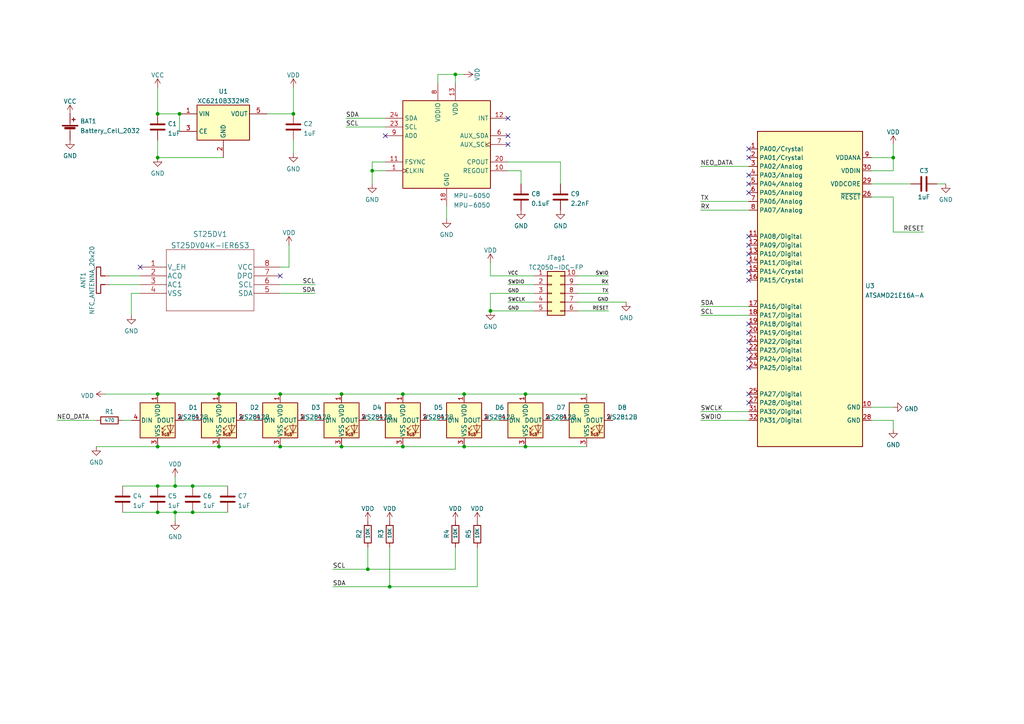
<source format=kicad_sch>
(kicad_sch (version 20211123) (generator eeschema)
  (paper "A4")
  (lib_symbols
    (symbol "Connector_Generic:Conn_02x05_Counter_Clockwise" (pin_names (offset 1.016) hide)
      (property "Reference" "J" (at 1.27 7.62 0))
      (property "Value" "Conn_02x05_Counter_Clockwise" (at 1.27 -7.62 0))
      (symbol "Conn_02x05_Counter_Clockwise_1_1"
        (rectangle (start -1.27 -4.953) (end 0 -5.207) (stroke (width 0.1524)))
        (rectangle (start -1.27 -2.413) (end 0 -2.667) (stroke (width 0.1524)))
        (rectangle (start -1.27 0.127) (end 0 -0.127) (stroke (width 0.1524)))
        (rectangle (start -1.27 2.667) (end 0 2.413) (stroke (width 0.1524)))
        (rectangle (start -1.27 5.207) (end 0 4.953) (stroke (width 0.1524)))
        (rectangle (start -1.27 6.35) (end 3.81 -6.35) (stroke (width 0.254)) (fill (type background)))
        (rectangle (start 3.81 -4.953) (end 2.54 -5.207) (stroke (width 0.1524)))
        (rectangle (start 3.81 -2.413) (end 2.54 -2.667) (stroke (width 0.1524)))
        (rectangle (start 3.81 0.127) (end 2.54 -0.127) (stroke (width 0.1524)))
        (rectangle (start 3.81 2.667) (end 2.54 2.413) (stroke (width 0.1524)))
        (rectangle (start 3.81 5.207) (end 2.54 4.953) (stroke (width 0.1524)))
        (pin passive line (at -5.08 5.08 0) (length 3.81) (name "Pin_1") (number "1"))
        (pin passive line (at 7.62 5.08 180) (length 3.81) (name "Pin_10") (number "10"))
        (pin passive line (at -5.08 2.54 0) (length 3.81) (name "Pin_2") (number "2"))
        (pin passive line (at -5.08 0 0) (length 3.81) (name "Pin_3") (number "3"))
        (pin passive line (at -5.08 -2.54 0) (length 3.81) (name "Pin_4") (number "4"))
        (pin passive line (at -5.08 -5.08 0) (length 3.81) (name "Pin_5") (number "5"))
        (pin passive line (at 7.62 -5.08 180) (length 3.81) (name "Pin_6") (number "6"))
        (pin passive line (at 7.62 -2.54 180) (length 3.81) (name "Pin_7") (number "7"))
        (pin passive line (at 7.62 0 180) (length 3.81) (name "Pin_8") (number "8"))
        (pin passive line (at 7.62 2.54 180) (length 3.81) (name "Pin_9") (number "9"))
      )
    )
    (symbol "Device:Antenna_Dipole" (pin_numbers hide) (pin_names (offset 1.016) hide)
      (property "Reference" "AE" (at 1.27 1.27 0))
      (property "Value" "Antenna_Dipole" (at 1.27 0 0))
      (symbol "Antenna_Dipole_0_1"
        (polyline (pts (xy 2.54 -3.81) (xy 2.54 -2.54) (xy 5.08 -2.54) (xy 5.08 -1.27) (xy -2.54 -1.27) (xy -2.54 -2.54) (xy 0 -2.54) (xy 0 -3.81)) (stroke (width 0.254)))
      )
      (symbol "Antenna_Dipole_1_1"
        (pin input line (at 0 -5.08 90) (length 2.54) (name "~") (number "1"))
        (pin input line (at 2.54 -5.08 90) (length 2.54) (name "~") (number "2"))
      )
    )
    (symbol "Device:Battery_Cell" (pin_numbers hide) (pin_names (offset 0) hide)
      (property "Reference" "BT" (at 2.54 2.54 0))
      (property "Value" "Battery_Cell" (at 2.54 0 0))
      (symbol "Battery_Cell_0_1"
        (rectangle (start -2.286 1.778) (end 2.286 1.524) (fill (type outline)))
        (rectangle (start -1.5748 1.1938) (end 1.4732 0.6858) (fill (type outline)))
        (polyline (pts (xy 0 0.762) (xy 0 0)))
        (polyline (pts (xy 0 1.778) (xy 0 2.54)))
        (polyline (pts (xy 0.508 3.429) (xy 1.524 3.429)) (stroke (width 0.254)))
        (polyline (pts (xy 1.016 3.937) (xy 1.016 2.921)) (stroke (width 0.254)))
      )
      (symbol "Battery_Cell_1_1"
        (pin passive line (at 0 5.08 270) (length 2.54) (name "+") (number "1"))
        (pin passive line (at 0 -2.54 90) (length 2.54) (name "-") (number "2"))
      )
    )
    (symbol "Device:C" (pin_numbers hide) (pin_names (offset 0.254))
      (property "Reference" "C" (at 0.635 2.54 0))
      (property "Value" "C" (at 0.635 -2.54 0))
      (symbol "C_0_1"
        (polyline (pts (xy -2.032 -0.762) (xy 2.032 -0.762)) (stroke (width 0.508)))
        (polyline (pts (xy -2.032 0.762) (xy 2.032 0.762)) (stroke (width 0.508)))
      )
      (symbol "C_1_1"
        (pin passive line (at 0 3.81 270) (length 2.794) (name "~") (number "1"))
        (pin passive line (at 0 -3.81 90) (length 2.794) (name "~") (number "2"))
      )
    )
    (symbol "Device:R" (pin_numbers hide) (pin_names (offset 0))
      (property "Reference" "R" (at 2.032 0 90))
      (property "Value" "R" (at 0 0 90))
      (symbol "R_0_1"
        (rectangle (start -1.016 -2.54) (end 1.016 2.54) (stroke (width 0.254)))
      )
      (symbol "R_1_1"
        (pin passive line (at 0 3.81 270) (length 1.27) (name "~") (number "1"))
        (pin passive line (at 0 -3.81 90) (length 1.27) (name "~") (number "2"))
      )
    )
    (symbol "LED:WS2812B" (pin_names (offset 0.254))
      (property "Reference" "D" (at 5.08 5.715 0))
      (property "Value" "WS2812B" (at 1.27 -5.715 0))
      (symbol "WS2812B_0_0"
        (text "RGB" (at 2.286 -4.191 0) (effects (font (size 0.762 0.762))))
      )
      (symbol "WS2812B_0_1"
        (polyline (pts (xy 1.27 -3.556) (xy 1.778 -3.556)))
        (polyline (pts (xy 1.27 -2.54) (xy 1.778 -2.54)))
        (polyline (pts (xy 4.699 -3.556) (xy 2.667 -3.556)))
        (polyline (pts (xy 2.286 -2.54) (xy 1.27 -3.556) (xy 1.27 -3.048)))
        (polyline (pts (xy 2.286 -1.524) (xy 1.27 -2.54) (xy 1.27 -2.032)))
        (polyline (pts (xy 3.683 -1.016) (xy 3.683 -3.556) (xy 3.683 -4.064)))
        (polyline (pts (xy 4.699 -1.524) (xy 2.667 -1.524) (xy 3.683 -3.556) (xy 4.699 -1.524)))
        (rectangle (start 5.08 5.08) (end -5.08 -5.08) (stroke (width 0.254)) (fill (type background)))
      )
      (symbol "WS2812B_1_1"
        (pin power_in line (at 0 7.62 270) (length 2.54) (name "VDD") (number "1"))
        (pin output line (at 7.62 0 180) (length 2.54) (name "DOUT") (number "2"))
        (pin power_in line (at 0 -7.62 90) (length 2.54) (name "VSS") (number "3"))
        (pin input line (at -7.62 0 0) (length 2.54) (name "DIN") (number "4"))
      )
    )
    (symbol "MCU_Microchip_SAMD:ATSAMD21E16A-A"
      (property "Reference" "U3" (at 16.002 0.9085 0))
      (property "Value" "ATSAMD21E16A-A" (at 16.002 -1.8666 0))
      (symbol "ATSAMD21E16A-A_1_1"
        (rectangle (start -15.24 45.72) (end 15.24 -45.72) (stroke (width 0.254)) (fill (type background)))
        (pin bidirectional line (at -17.78 40.64 0) (length 2.54) (name "PA00/Crystal") (number "1"))
        (pin power_in line (at 17.78 -34.29 180) (length 2.54) (name "GND") (number "10"))
        (pin bidirectional line (at -17.78 15.24 0) (length 2.54) (name "PA08/Digital") (number "11"))
        (pin bidirectional line (at -17.78 12.7 0) (length 2.54) (name "PA09/Digital") (number "12"))
        (pin bidirectional line (at -17.78 10.16 0) (length 2.54) (name "PA10/Digital") (number "13"))
        (pin bidirectional line (at -17.78 7.62 0) (length 2.54) (name "PA11/Digital") (number "14"))
        (pin bidirectional line (at -17.78 5.08 0) (length 2.54) (name "PA14/Crystal") (number "15"))
        (pin bidirectional line (at -17.78 2.54 0) (length 2.54) (name "PA15/Crystal") (number "16"))
        (pin bidirectional line (at -17.78 -5.08 0) (length 2.54) (name "PA16/Digital") (number "17"))
        (pin bidirectional line (at -17.78 -7.62 0) (length 2.54) (name "PA17/Digital") (number "18"))
        (pin bidirectional line (at -17.78 -10.16 0) (length 2.54) (name "PA18/Digital") (number "19"))
        (pin bidirectional line (at -17.78 38.1 0) (length 2.54) (name "PA01/Crystal") (number "2"))
        (pin bidirectional line (at -17.78 -12.7 0) (length 2.54) (name "PA19/Digital") (number "20"))
        (pin bidirectional line (at -17.78 -15.24 0) (length 2.54) (name "PA22/Digital") (number "21"))
        (pin bidirectional line (at -17.78 -17.78 0) (length 2.54) (name "PA23/Digital") (number "22"))
        (pin bidirectional line (at -17.78 -20.32 0) (length 2.54) (name "PA24/Digital") (number "23"))
        (pin bidirectional line (at -17.78 -22.86 0) (length 2.54) (name "PA25/Digital") (number "24"))
        (pin bidirectional line (at -17.78 -30.48 0) (length 2.54) (name "PA27/Digital") (number "25"))
        (pin input line (at 17.78 26.67 180) (length 2.54) (name "~{RESET}") (number "26"))
        (pin bidirectional line (at -17.78 -33.02 0) (length 2.54) (name "PA28/Digital") (number "27"))
        (pin input line (at 17.78 -38.1 180) (length 2.54) (name "GND") (number "28"))
        (pin power_out line (at 17.78 30.48 180) (length 2.54) (name "VDDCORE") (number "29"))
        (pin bidirectional line (at -17.78 35.56 0) (length 2.54) (name "PA02/Analog") (number "3"))
        (pin power_in line (at 17.78 34.29 180) (length 2.54) (name "VDDIN") (number "30"))
        (pin bidirectional line (at -17.78 -35.56 0) (length 2.54) (name "PA30/Digital") (number "31"))
        (pin bidirectional line (at -17.78 -38.1 0) (length 2.54) (name "PA31/Digital") (number "32"))
        (pin bidirectional line (at -17.78 33.02 0) (length 2.54) (name "PA03/Analog") (number "4"))
        (pin bidirectional line (at -17.78 30.48 0) (length 2.54) (name "PA04/Analog") (number "5"))
        (pin bidirectional line (at -17.78 27.94 0) (length 2.54) (name "PA05/Analog") (number "6"))
        (pin bidirectional line (at -17.78 25.4 0) (length 2.54) (name "PA06/Analog") (number "7"))
        (pin bidirectional line (at -17.78 22.86 0) (length 2.54) (name "PA07/Analog") (number "8"))
        (pin power_in line (at 17.78 38.1 180) (length 2.54) (name "VDDANA") (number "9"))
      )
    )
    (symbol "Regulator_Linear:XC6210B332MR"
      (property "Reference" "U" (at 0 8.89 0))
      (property "Value" "XC6210B332MR" (at 0 6.35 0))
      (symbol "XC6210B332MR_0_1"
        (rectangle (start -7.62 5.08) (end 7.62 -5.08) (stroke (width 0.254)) (fill (type background)))
      )
      (symbol "XC6210B332MR_1_1"
        (pin power_in line (at -12.7 2.54 0) (length 5.08) (name "VIN") (number "1"))
        (pin power_in line (at 0 -10.16 90) (length 5.08) (name "GND") (number "2"))
        (pin input line (at -12.7 -2.54 0) (length 5.08) (name "CE") (number "3"))
        (pin no_connect line (at 12.7 -2.54 180) (length 5.08) hide (name "NC") (number "4"))
        (pin power_out line (at 12.7 2.54 180) (length 5.08) (name "VOUT") (number "5"))
      )
    )
    (symbol "ST25DV##K:ST25DV04K-IER6S3" (pin_names (offset 0.254))
      (property "Reference" "U" (at 20.32 10.16 0))
      (property "Value" "ST25DV04K-IER6S3" (at 20.32 7.62 0))
      (symbol "ST25DV04K-IER6S3_1_1"
        (polyline (pts (xy 7.62 -12.7) (xy 33.02 -12.7)) (stroke (width 0.127)))
        (polyline (pts (xy 7.62 5.08) (xy 7.62 -12.7)) (stroke (width 0.127)))
        (polyline (pts (xy 33.02 -12.7) (xy 33.02 5.08)) (stroke (width 0.127)))
        (polyline (pts (xy 33.02 5.08) (xy 7.62 5.08)) (stroke (width 0.127)))
        (pin unspecified line (at 0 0 0) (length 7.62) (name "V_EH") (number "1"))
        (pin bidirectional line (at 0 -2.54 0) (length 7.62) (name "AC0") (number "2"))
        (pin bidirectional line (at 0 -5.08 0) (length 7.62) (name "AC1") (number "3"))
        (pin power_in line (at 0 -7.62 0) (length 7.62) (name "VSS") (number "4"))
        (pin unspecified line (at 40.64 -7.62 180) (length 7.62) (name "SDA") (number "5"))
        (pin unspecified line (at 40.64 -5.08 180) (length 7.62) (name "SCL") (number "6"))
        (pin unspecified line (at 40.64 -2.54 180) (length 7.62) (name "DPO") (number "7"))
        (pin power_in line (at 40.64 0 180) (length 7.62) (name "VCC") (number "8"))
      )
    )
    (symbol "Sensor_Motion:MPU-6050"
      (property "Reference" "U" (at -11.43 13.97 0))
      (property "Value" "MPU-6050" (at 7.62 -13.97 0))
      (symbol "MPU-6050_0_1"
        (rectangle (start -12.7 12.7) (end 12.7 -12.7) (stroke (width 0.254)) (fill (type background)))
      )
      (symbol "MPU-6050_1_1"
        (pin input clock (at -17.78 -7.62 0) (length 5.08) (name "CLKIN") (number "1"))
        (pin passive line (at 17.78 -7.62 180) (length 5.08) (name "REGOUT") (number "10"))
        (pin input line (at -17.78 -5.08 0) (length 5.08) (name "FSYNC") (number "11"))
        (pin output line (at 17.78 7.62 180) (length 5.08) (name "INT") (number "12"))
        (pin power_in line (at 2.54 17.78 270) (length 5.08) (name "VDD") (number "13"))
        (pin power_in line (at 0 -17.78 90) (length 5.08) (name "GND") (number "18"))
        (pin passive line (at 17.78 -5.08 180) (length 5.08) (name "CPOUT") (number "20"))
        (pin input line (at -17.78 5.08 0) (length 5.08) (name "SCL") (number "23"))
        (pin bidirectional line (at -17.78 7.62 0) (length 5.08) (name "SDA") (number "24"))
        (pin bidirectional line (at 17.78 2.54 180) (length 5.08) (name "AUX_SDA") (number "6"))
        (pin output clock (at 17.78 0 180) (length 5.08) (name "AUX_SCL") (number "7"))
        (pin power_in line (at -2.54 17.78 270) (length 5.08) (name "VDDIO") (number "8"))
        (pin input line (at -17.78 2.54 0) (length 5.08) (name "AD0") (number "9"))
      )
    )
    (symbol "power:GND" (power) (pin_names (offset 0))
      (property "Value" "GND" (at 0 -3.81 0))
      (symbol "GND_0_1"
        (polyline (pts (xy 0 0) (xy 0 -1.27) (xy 1.27 -1.27) (xy 0 -2.54) (xy -1.27 -1.27) (xy 0 -1.27)))
      )
      (symbol "GND_1_1"
        (pin power_in line (at 0 0 270) (length 0) hide (name "GND") (number "1"))
      )
    )
    (symbol "power:VCC" (power) (pin_names (offset 0))
      (property "Value" "VCC" (at 0 3.81 0))
      (symbol "VCC_0_1"
        (polyline (pts (xy -0.762 1.27) (xy 0 2.54)))
        (polyline (pts (xy 0 0) (xy 0 2.54)))
        (polyline (pts (xy 0 2.54) (xy 0.762 1.27)))
      )
      (symbol "VCC_1_1"
        (pin power_in line (at 0 0 90) (length 0) hide (name "VCC") (number "1"))
      )
    )
    (symbol "power:VDD" (power) (pin_names (offset 0))
      (property "Value" "VDD" (at 0 3.81 0))
      (symbol "VDD_0_1"
        (polyline (pts (xy -0.762 1.27) (xy 0 2.54)))
        (polyline (pts (xy 0 0) (xy 0 2.54)))
        (polyline (pts (xy 0 2.54) (xy 0.762 1.27)))
      )
      (symbol "VDD_1_1"
        (pin power_in line (at 0 0 90) (length 0) hide (name "VDD") (number "1"))
      )
    )
  )
  (junction (at 45.72 129.54))
  (junction (at 113.03 170.18))
  (junction (at 81.28 129.54))
  (junction (at 45.72 33.02))
  (junction (at 50.8 140.97))
  (junction (at 152.4 114.3))
  (junction (at 81.28 114.3))
  (junction (at 134.62 129.54))
  (junction (at 116.84 129.54))
  (junction (at 45.72 140.97))
  (junction (at 152.4 129.54))
  (junction (at 50.8 148.59))
  (junction (at 107.95 49.53))
  (junction (at 63.5 129.54))
  (junction (at 106.68 165.1))
  (junction (at 134.62 114.3))
  (junction (at 116.84 114.3))
  (junction (at 52.07 33.02))
  (junction (at 55.88 148.59))
  (junction (at 55.88 140.97))
  (junction (at 85.09 33.02))
  (junction (at 45.72 45.72))
  (junction (at 99.06 114.3))
  (junction (at 142.24 90.17))
  (junction (at 132.08 21.59))
  (junction (at 99.06 129.54))
  (junction (at 45.72 148.59))
  (junction (at 45.72 114.3))
  (junction (at 63.5 114.3))
  (junction (at 259.08 45.72))
  (no_connect (at 217.17 93.98))
  (no_connect (at 81.28 80.01))
  (no_connect (at 217.17 43.18))
  (no_connect (at 217.17 45.72))
  (no_connect (at 217.17 71.12))
  (no_connect (at 217.17 73.66))
  (no_connect (at 217.17 81.28))
  (no_connect (at 217.17 78.74))
  (no_connect (at 217.17 76.2))
  (no_connect (at 217.17 53.34))
  (no_connect (at 217.17 50.8))
  (no_connect (at 217.17 68.58))
  (no_connect (at 217.17 55.88))
  (no_connect (at 111.76 39.37))
  (no_connect (at 147.32 34.29))
  (no_connect (at 217.17 96.52))
  (no_connect (at 217.17 99.06))
  (no_connect (at 217.17 114.3))
  (no_connect (at 217.17 106.68))
  (no_connect (at 217.17 104.14))
  (no_connect (at 217.17 101.6))
  (no_connect (at 217.17 116.84))
  (no_connect (at 147.32 39.37))
  (no_connect (at 147.32 41.91))
  (no_connect (at 40.64 77.47))
  (wire (pts (xy 88.9 121.92) (xy 91.44 121.92)))
  (wire (pts (xy 16.51 121.92) (xy 27.94 121.92)))
  (wire (pts (xy 142.24 80.01) (xy 154.94 80.01)))
  (wire (pts (xy 203.2 119.38) (xy 217.17 119.38)))
  (wire (pts (xy 151.13 49.53) (xy 151.13 53.34)))
  (wire (pts (xy 203.2 48.26) (xy 217.17 48.26)))
  (wire (pts (xy 31.75 80.01) (xy 40.64 80.01)))
  (wire (pts (xy 252.73 49.53) (xy 259.08 49.53)))
  (wire (pts (xy 142.24 121.92) (xy 144.78 121.92)))
  (wire (pts (xy 100.33 34.29) (xy 111.76 34.29)))
  (wire (pts (xy 111.76 49.53) (xy 107.95 49.53)))
  (wire (pts (xy 35.56 121.92) (xy 38.1 121.92)))
  (wire (pts (xy 162.56 121.92) (xy 160.02 121.92)))
  (wire (pts (xy 52.07 33.02) (xy 45.72 33.02)))
  (wire (pts (xy 132.08 158.75) (xy 132.08 165.1)))
  (wire (pts (xy 152.4 129.54) (xy 170.18 129.54)))
  (wire (pts (xy 85.09 25.4) (xy 85.09 33.02)))
  (wire (pts (xy 53.34 121.92) (xy 55.88 121.92)))
  (wire (pts (xy 259.08 67.31) (xy 267.97 67.31)))
  (wire (pts (xy 63.5 114.3) (xy 81.28 114.3)))
  (wire (pts (xy 45.72 40.64) (xy 45.72 45.72)))
  (wire (pts (xy 259.08 45.72) (xy 259.08 49.53)))
  (wire (pts (xy 52.07 33.02) (xy 52.07 38.1)))
  (wire (pts (xy 142.24 85.09) (xy 154.94 85.09)))
  (wire (pts (xy 252.73 57.15) (xy 259.08 57.15)))
  (wire (pts (xy 45.72 129.54) (xy 63.5 129.54)))
  (wire (pts (xy 124.46 121.92) (xy 127 121.92)))
  (wire (pts (xy 259.08 121.92) (xy 259.08 124.46)))
  (wire (pts (xy 167.64 87.63) (xy 181.61 87.63)))
  (wire (pts (xy 127 24.13) (xy 127 21.59)))
  (wire (pts (xy 31.75 82.55) (xy 40.64 82.55)))
  (wire (pts (xy 134.62 114.3) (xy 152.4 114.3)))
  (wire (pts (xy 50.8 140.97) (xy 55.88 140.97)))
  (wire (pts (xy 111.76 46.99) (xy 107.95 46.99)))
  (wire (pts (xy 35.56 140.97) (xy 45.72 140.97)))
  (wire (pts (xy 252.73 118.11) (xy 259.08 118.11)))
  (wire (pts (xy 113.03 170.18) (xy 138.43 170.18)))
  (wire (pts (xy 96.52 170.18) (xy 113.03 170.18)))
  (wire (pts (xy 45.72 140.97) (xy 50.8 140.97)))
  (wire (pts (xy 71.12 121.92) (xy 73.66 121.92)))
  (wire (pts (xy 203.2 58.42) (xy 217.17 58.42)))
  (wire (pts (xy 63.5 129.54) (xy 81.28 129.54)))
  (wire (pts (xy 81.28 114.3) (xy 99.06 114.3)))
  (wire (pts (xy 142.24 85.09) (xy 142.24 90.17)))
  (wire (pts (xy 106.68 121.92) (xy 109.22 121.92)))
  (wire (pts (xy 81.28 77.47) (xy 83.82 77.47)))
  (wire (pts (xy 116.84 129.54) (xy 134.62 129.54)))
  (wire (pts (xy 162.56 46.99) (xy 162.56 53.34)))
  (wire (pts (xy 99.06 129.54) (xy 116.84 129.54)))
  (wire (pts (xy 147.32 49.53) (xy 151.13 49.53)))
  (wire (pts (xy 259.08 57.15) (xy 259.08 67.31)))
  (wire (pts (xy 50.8 148.59) (xy 50.8 151.13)))
  (wire (pts (xy 167.64 82.55) (xy 176.53 82.55)))
  (wire (pts (xy 134.62 21.59) (xy 132.08 21.59)))
  (wire (pts (xy 45.72 114.3) (xy 63.5 114.3)))
  (wire (pts (xy 252.73 53.34) (xy 264.16 53.34)))
  (wire (pts (xy 35.56 148.59) (xy 45.72 148.59)))
  (wire (pts (xy 116.84 114.3) (xy 134.62 114.3)))
  (wire (pts (xy 274.32 53.34) (xy 271.78 53.34)))
  (wire (pts (xy 203.2 121.92) (xy 217.17 121.92)))
  (wire (pts (xy 106.68 158.75) (xy 106.68 165.1)))
  (wire (pts (xy 252.73 121.92) (xy 259.08 121.92)))
  (wire (pts (xy 167.64 80.01) (xy 176.53 80.01)))
  (wire (pts (xy 83.82 71.12) (xy 83.82 77.47)))
  (wire (pts (xy 55.88 140.97) (xy 66.04 140.97)))
  (wire (pts (xy 132.08 21.59) (xy 132.08 24.13)))
  (wire (pts (xy 50.8 138.43) (xy 50.8 140.97)))
  (wire (pts (xy 203.2 91.44) (xy 217.17 91.44)))
  (wire (pts (xy 147.32 46.99) (xy 162.56 46.99)))
  (wire (pts (xy 147.32 82.55) (xy 154.94 82.55)))
  (wire (pts (xy 167.64 90.17) (xy 176.53 90.17)))
  (wire (pts (xy 113.03 158.75) (xy 113.03 170.18)))
  (wire (pts (xy 203.2 88.9) (xy 217.17 88.9)))
  (wire (pts (xy 40.64 85.09) (xy 38.1 85.09)))
  (wire (pts (xy 99.06 114.3) (xy 116.84 114.3)))
  (wire (pts (xy 77.47 33.02) (xy 85.09 33.02)))
  (wire (pts (xy 27.94 129.54) (xy 45.72 129.54)))
  (wire (pts (xy 152.4 114.3) (xy 170.18 114.3)))
  (wire (pts (xy 107.95 46.99) (xy 107.95 49.53)))
  (wire (pts (xy 129.54 59.69) (xy 129.54 63.5)))
  (wire (pts (xy 64.77 45.72) (xy 45.72 45.72)))
  (wire (pts (xy 127 21.59) (xy 132.08 21.59)))
  (wire (pts (xy 252.73 45.72) (xy 259.08 45.72)))
  (wire (pts (xy 100.33 36.83) (xy 111.76 36.83)))
  (wire (pts (xy 259.08 41.91) (xy 259.08 45.72)))
  (wire (pts (xy 106.68 165.1) (xy 132.08 165.1)))
  (wire (pts (xy 38.1 85.09) (xy 38.1 91.44)))
  (wire (pts (xy 81.28 85.09) (xy 91.44 85.09)))
  (wire (pts (xy 142.24 76.2) (xy 142.24 80.01)))
  (wire (pts (xy 167.64 85.09) (xy 176.53 85.09)))
  (wire (pts (xy 138.43 158.75) (xy 138.43 170.18)))
  (wire (pts (xy 142.24 90.17) (xy 154.94 90.17)))
  (wire (pts (xy 96.52 165.1) (xy 106.68 165.1)))
  (wire (pts (xy 45.72 25.4) (xy 45.72 33.02)))
  (wire (pts (xy 147.32 87.63) (xy 154.94 87.63)))
  (wire (pts (xy 134.62 129.54) (xy 152.4 129.54)))
  (wire (pts (xy 55.88 148.59) (xy 66.04 148.59)))
  (wire (pts (xy 45.72 148.59) (xy 50.8 148.59)))
  (wire (pts (xy 81.28 129.54) (xy 99.06 129.54)))
  (wire (pts (xy 81.28 82.55) (xy 91.44 82.55)))
  (wire (pts (xy 107.95 49.53) (xy 107.95 53.34)))
  (wire (pts (xy 85.09 40.64) (xy 85.09 44.45)))
  (wire (pts (xy 203.2 60.96) (xy 217.17 60.96)))
  (wire (pts (xy 30.48 114.3) (xy 45.72 114.3)))
  (wire (pts (xy 50.8 148.59) (xy 55.88 148.59)))
  (label "SWIO" (at 176.53 80.01 180) (effects (font (size 1 1))))
  (label "NEO_DATA" (at 16.51 121.92 0))
  (label "SWDIO" (at 203.2 121.92 0))
  (label "SWDIO" (at 147.32 82.55 0) (effects (font (size 1 1))))
  (label "GND" (at 147.32 90.17 0) (effects (font (size 1 1))))
  (label "RESET" (at 267.97 67.31 180) (effects (font (size 1.271 1.271))))
  (label "NEO_DATA" (at 203.2 48.26 0))
  (label "VCC" (at 147.32 80.01 0) (effects (font (size 1 1))))
  (label "GND" (at 147.32 85.09 0) (effects (font (size 1 1))))
  (label "RX" (at 203.2 60.96 0))
  (label "SWCLK" (at 203.2 119.38 0))
  (label "RESET" (at 176.53 90.17 180) (effects (font (size 1 1))))
  (label "TX" (at 203.2 58.42 0))
  (label "SCL" (at 91.44 82.55 180))
  (label "SDA" (at 203.2 88.9 0))
  (label "SDA" (at 100.33 34.29 0))
  (label "GND" (at 176.53 87.63 180) (effects (font (size 1 1))))
  (label "SCL" (at 203.2 91.44 0))
  (label "SWCLK" (at 147.32 87.63 0) (effects (font (size 1 1))))
  (label "SDA" (at 96.52 170.18 0))
  (label "SDA" (at 91.44 85.09 180))
  (label "SCL" (at 96.52 165.1 0))
  (label "TX" (at 176.53 85.09 180) (effects (font (size 1 1))))
  (label "RX" (at 176.53 82.55 180) (effects (font (size 1 1))))
  (label "SCL" (at 100.33 36.83 0))
  (symbol (lib_id "Device:C") (at 267.97 53.34 90) (unit 1)
    (property "Reference" "C3" (at 267.97 49.53 90))
    (property "Value" "1uF" (at 267.97 57.15 90))
    (property "Footprint" "Capacitor_SMD:C_0805_2012Metric" (effects hide))
  )
  (symbol (lib_id "power:VCC") (at 20.32 33.02 0) (unit 1)
    (property "Reference" "#PWR0127" (effects hide))
    (property "Value" "VCC" (at 20.32 29.4155 0))
  )
  (symbol (lib_id "power:VDD") (at 138.43 151.13 0) (unit 1)
    (property "Reference" "#PWR0114" (effects hide))
    (property "Value" "VDD" (at 138.43 147.5255 0))
  )
  (symbol (lib_id "power:GND") (at 259.08 118.11 90) (unit 1)
    (property "Reference" "#PWR0128" (effects hide))
    (property "Value" "GND" (at 262.255 118.589 90) (effects (justify right)))
  )
  (symbol (lib_id "power:GND") (at 20.32 40.64 0) (unit 1)
    (property "Reference" "#PWR0126" (effects hide))
    (property "Value" "GND" (at 20.32 45.2025 0))
  )
  (symbol (lib_id "Device:R") (at 31.75 121.92 90) (unit 1)
    (property "Reference" "R1" (at 31.75 119.38 90))
    (property "Value" "470" (at 31.75 121.92 90) (effects (font (size 1 1))))
    (property "Footprint" "Resistor_SMD:R_0805_2012Metric" (effects hide))
  )
  (symbol (lib_id "Device:C") (at 35.56 144.78 0) (unit 1)
    (property "Reference" "C4" (at 38.481 143.8715 0) (effects (justify left)))
    (property "Value" "1uF" (at 38.481 146.6466 0) (effects (justify left)))
    (property "Footprint" "Capacitor_SMD:C_0805_2012Metric" (effects hide))
  )
  (symbol (lib_id "ST25DV##K:ST25DV04K-IER6S3") (at 40.64 77.47 0) (unit 1)
    (property "Reference" "ST25DV1" (at 60.96 67.9226 0) (effects (font (size 1.524 1.524))))
    (property "Value" "ST25DV04K-IER6S3" (at 60.96 71.2016 0) (effects (font (size 1.524 1.524))))
    (property "Footprint" "footprints:ST25DV04K-IER6S3" (effects hide))
  )
  (symbol (lib_id "LED:WS2812B") (at 81.28 121.92 0) (unit 1)
    (property "Reference" "D3" (at 91.5859 118.1948 0))
    (property "Value" "WS2812B" (at 91.5859 120.9699 0))
    (property "Footprint" "LED_SMD:LED_WS2812B_PLCC4_5.0x5.0mm_P3.2mm" (effects hide))
    (property "Datasheet" "https://cdn-shop.adafruit.com/datasheets/WS2812B.pdf" (effects hide))
  )
  (symbol (lib_id "LED:WS2812B") (at 99.06 121.92 0) (unit 1)
    (property "Reference" "D4" (at 109.3659 118.1948 0))
    (property "Value" "WS2812B" (at 109.3659 120.9699 0))
    (property "Footprint" "LED_SMD:LED_WS2812B_PLCC4_5.0x5.0mm_P3.2mm" (effects hide))
    (property "Datasheet" "https://cdn-shop.adafruit.com/datasheets/WS2812B.pdf" (effects hide))
  )
  (symbol (lib_id "LED:WS2812B") (at 45.72 121.92 0) (unit 1)
    (property "Reference" "D1" (at 56.0259 118.1948 0))
    (property "Value" "WS2812B" (at 56.0259 120.9699 0))
    (property "Footprint" "LED_SMD:LED_WS2812B_PLCC4_5.0x5.0mm_P3.2mm" (effects hide))
    (property "Datasheet" "https://cdn-shop.adafruit.com/datasheets/WS2812B.pdf" (effects hide))
  )
  (symbol (lib_id "power:GND") (at 129.54 63.5 0) (unit 1)
    (property "Reference" "#PWR0117" (effects hide))
    (property "Value" "GND" (at 129.54 68.0625 0))
  )
  (symbol (lib_id "power:GND") (at 27.94 129.54 0) (unit 1)
    (property "Reference" "#PWR0104" (effects hide))
    (property "Value" "GND" (at 27.94 134.1025 0))
  )
  (symbol (lib_id "power:GND") (at 151.13 60.96 0) (unit 1)
    (property "Reference" "#PWR0118" (effects hide))
    (property "Value" "GND" (at 151.13 65.5225 0))
  )
  (symbol (lib_id "LED:WS2812B") (at 134.62 121.92 0) (unit 1)
    (property "Reference" "D6" (at 144.9259 118.1948 0))
    (property "Value" "WS2812B" (at 144.9259 120.9699 0))
    (property "Footprint" "LED_SMD:LED_WS2812B_PLCC4_5.0x5.0mm_P3.2mm" (effects hide))
    (property "Datasheet" "https://cdn-shop.adafruit.com/datasheets/WS2812B.pdf" (effects hide))
  )
  (symbol (lib_id "power:GND") (at 107.95 53.34 0) (unit 1)
    (property "Reference" "#PWR0120" (effects hide))
    (property "Value" "GND" (at 107.95 57.9025 0))
  )
  (symbol (lib_id "power:GND") (at 259.08 124.46 0) (unit 1)
    (property "Reference" "#PWR0102" (effects hide))
    (property "Value" "GND" (at 259.08 129.0225 0))
  )
  (symbol (lib_id "power:VDD") (at 132.08 151.13 0) (unit 1)
    (property "Reference" "#PWR0115" (effects hide))
    (property "Value" "VDD" (at 132.08 147.5255 0))
  )
  (symbol (lib_id "Device:C") (at 45.72 36.83 0) (unit 1)
    (property "Reference" "C1" (at 48.641 35.9215 0) (effects (justify left)))
    (property "Value" "1uF" (at 48.641 38.6966 0) (effects (justify left)))
    (property "Footprint" "Capacitor_SMD:C_0805_2012Metric" (effects hide))
  )
  (symbol (lib_id "power:VDD") (at 113.03 151.13 0) (unit 1)
    (property "Reference" "#PWR0123" (effects hide))
    (property "Value" "VDD" (at 113.03 147.5255 0))
  )
  (symbol (lib_id "Device:R") (at 132.08 154.94 0) (unit 1)
    (property "Reference" "R4" (at 129.54 156.21 90) (effects (justify left)))
    (property "Value" "10K" (at 132.08 156.21 90) (effects (font (size 1 1)) (justify left)))
    (property "Footprint" "Resistor_SMD:R_0805_2012Metric" (effects hide))
  )
  (symbol (lib_id "LED:WS2812B") (at 152.4 121.92 0) (unit 1)
    (property "Reference" "D7" (at 162.7059 118.1948 0))
    (property "Value" "WS2812B" (at 162.7059 120.9699 0))
    (property "Footprint" "LED_SMD:LED_WS2812B_PLCC4_5.0x5.0mm_P3.2mm" (effects hide))
    (property "Datasheet" "https://cdn-shop.adafruit.com/datasheets/WS2812B.pdf" (effects hide))
  )
  (symbol (lib_id "power:GND") (at 274.32 53.34 0) (unit 1)
    (property "Reference" "#PWR0103" (effects hide))
    (property "Value" "GND" (at 274.32 57.9025 0))
  )
  (symbol (lib_id "power:VDD") (at 50.8 138.43 0) (unit 1)
    (property "Reference" "#PWR0106" (effects hide))
    (property "Value" "VDD" (at 50.8 134.62 0))
  )
  (symbol (lib_id "power:GND") (at 85.09 44.45 0) (unit 1)
    (property "Reference" "#PWR0109" (effects hide))
    (property "Value" "GND" (at 85.09 49.0125 0))
  )
  (symbol (lib_id "LED:WS2812B") (at 63.5 121.92 0) (unit 1)
    (property "Reference" "D2" (at 73.8059 118.1948 0))
    (property "Value" "WS2812B" (at 73.8059 120.9699 0))
    (property "Footprint" "LED_SMD:LED_WS2812B_PLCC4_5.0x5.0mm_P3.2mm" (effects hide))
    (property "Datasheet" "https://cdn-shop.adafruit.com/datasheets/WS2812B.pdf" (effects hide))
  )
  (symbol (lib_id "LED:WS2812B") (at 170.18 121.92 0) (unit 1)
    (property "Reference" "D8" (at 180.4859 118.1948 0))
    (property "Value" "WS2812B" (at 180.4859 120.9699 0))
    (property "Footprint" "LED_SMD:LED_WS2812B_PLCC4_5.0x5.0mm_P3.2mm" (effects hide))
    (property "Datasheet" "https://cdn-shop.adafruit.com/datasheets/WS2812B.pdf" (effects hide))
  )
  (symbol (lib_id "Device:C") (at 85.09 36.83 0) (unit 1)
    (property "Reference" "C2" (at 88.011 35.9215 0) (effects (justify left)))
    (property "Value" "1uF" (at 88.011 38.6966 0) (effects (justify left)))
    (property "Footprint" "Capacitor_SMD:C_0805_2012Metric" (effects hide))
  )
  (symbol (lib_id "Device:C") (at 162.56 57.15 0) (unit 1)
    (property "Reference" "C9" (at 165.481 56.2415 0) (effects (justify left)))
    (property "Value" "2.2nF" (at 165.481 59.0166 0) (effects (justify left)))
    (property "Footprint" "Capacitor_SMD:C_0805_2012Metric" (effects hide))
  )
  (symbol (lib_id "LED:WS2812B") (at 116.84 121.92 0) (unit 1)
    (property "Reference" "D5" (at 127.1459 118.1948 0))
    (property "Value" "WS2812B" (at 127.1459 120.9699 0))
    (property "Footprint" "LED_SMD:LED_WS2812B_PLCC4_5.0x5.0mm_P3.2mm" (effects hide))
    (property "Datasheet" "https://cdn-shop.adafruit.com/datasheets/WS2812B.pdf" (effects hide))
  )
  (symbol (lib_id "Regulator_Linear:XC6210B332MR") (at 64.77 35.56 0) (unit 1)
    (property "Reference" "U1" (at 64.77 26.5135 0))
    (property "Value" "XC6210B332MR" (at 64.77 29.2886 0))
    (property "Footprint" "Package_TO_SOT_SMD:SOT-23-5" (effects hide))
    (property "Datasheet" "https://www.torexsemi.com/file/xc6210/XC6210.pdf" (effects hide))
  )
  (symbol (lib_id "power:GND") (at 142.24 90.17 0) (unit 1)
    (property "Reference" "#PWR0113" (effects hide))
    (property "Value" "GND" (at 142.24 94.7325 0))
  )
  (symbol (lib_id "power:VCC") (at 45.72 25.4 0) (unit 1)
    (property "Reference" "#PWR0111" (effects hide))
    (property "Value" "VCC" (at 45.72 21.7955 0))
  )
  (symbol (lib_id "Device:R") (at 113.03 154.94 0) (unit 1)
    (property "Reference" "R3" (at 110.49 156.21 90) (effects (justify left)))
    (property "Value" "10K" (at 113.03 156.21 90) (effects (font (size 1 1)) (justify left)))
    (property "Footprint" "Resistor_SMD:R_0805_2012Metric" (effects hide))
  )
  (symbol (lib_id "power:VDD") (at 85.09 25.4 0) (unit 1)
    (property "Reference" "#PWR0110" (effects hide))
    (property "Value" "VDD" (at 85.09 21.7955 0))
  )
  (symbol (lib_id "Device:R") (at 106.68 154.94 0) (unit 1)
    (property "Reference" "R2" (at 104.14 156.21 90) (effects (justify left)))
    (property "Value" "10K" (at 106.68 156.21 90) (effects (font (size 1 1)) (justify left)))
    (property "Footprint" "Resistor_SMD:R_0805_2012Metric" (effects hide))
  )
  (symbol (lib_id "power:VDD") (at 30.48 114.3 90) (unit 1)
    (property "Reference" "#PWR0107" (effects hide))
    (property "Value" "VDD" (at 27.305 114.779 90) (effects (justify left)))
  )
  (symbol (lib_id "Device:C") (at 151.13 57.15 0) (unit 1)
    (property "Reference" "C8" (at 154.051 56.2415 0) (effects (justify left)))
    (property "Value" "0.1uF" (at 154.051 59.0166 0) (effects (justify left)))
    (property "Footprint" "Capacitor_SMD:C_0805_2012Metric" (effects hide))
  )
  (symbol (lib_id "MCU_Microchip_SAMD:ATSAMD21E16A-A") (at 234.95 83.82 0) (unit 1)
    (property "Reference" "U3" (at 250.952 82.9115 0) (effects (justify left)))
    (property "Value" "ATSAMD21E16A-A" (at 250.952 85.6866 0) (effects (justify left)))
    (property "Footprint" "Package_QFP:TQFP-32_7x7mm_P0.8mm" (effects hide))
    (property "Datasheet" "ATSAMD21E16A" (effects hide))
  )
  (symbol (lib_id "power:GND") (at 45.72 45.72 0) (unit 1)
    (property "Reference" "#PWR0108" (effects hide))
    (property "Value" "GND" (at 45.72 50.2825 0))
  )
  (symbol (lib_id "power:VDD") (at 106.68 151.13 0) (unit 1)
    (property "Reference" "#PWR0122" (effects hide))
    (property "Value" "VDD" (at 106.68 147.5255 0))
  )
  (symbol (lib_id "Connector_Generic:Conn_02x05_Counter_Clockwise") (at 160.02 85.09 0) (unit 1)
    (property "Reference" "JTag1" (at 161.29 74.7735 0))
    (property "Value" "TC2050-IDC-FP" (at 161.29 77.5486 0))
    (property "Footprint" "Connector:Tag-Connect_TC2050-IDC-FP_2x05_P1.27mm_Vertical" (effects hide))
  )
  (symbol (lib_id "power:GND") (at 162.56 60.96 0) (unit 1)
    (property "Reference" "#PWR0119" (effects hide))
    (property "Value" "GND" (at 162.56 65.5225 0))
  )
  (symbol (lib_id "power:VDD") (at 134.62 21.59 270) (unit 1)
    (property "Reference" "#PWR0121" (effects hide))
    (property "Value" "VDD" (at 138.43 21.59 0))
  )
  (symbol (lib_id "Sensor_Motion:MPU-6050") (at 129.54 41.91 0) (unit 1)
    (property "Reference" "MPU-6050" (at 131.5594 56.7595 0) (effects (justify left)))
    (property "Value" "MPU-6050" (at 131.5594 59.5346 0) (effects (justify left)))
    (property "Footprint" "Sensor_Motion:InvenSense_QFN-24_4x4mm_P0.5mm" (effects hide))
    (property "Datasheet" "https://store.invensense.com/datasheets/invensense/MPU-6050_DataSheet_V3%204.pdf" (effects hide))
  )
  (symbol (lib_id "power:VDD") (at 259.08 41.91 0) (unit 1)
    (property "Reference" "#PWR0101" (effects hide))
    (property "Value" "VDD" (at 259.08 38.3055 0))
  )
  (symbol (lib_id "power:GND") (at 181.61 87.63 0) (unit 1)
    (property "Reference" "#PWR0112" (effects hide))
    (property "Value" "GND" (at 181.61 92.1925 0))
  )
  (symbol (lib_id "Device:R") (at 138.43 154.94 0) (unit 1)
    (property "Reference" "R5" (at 135.89 156.21 90) (effects (justify left)))
    (property "Value" "10K" (at 138.43 156.21 90) (effects (font (size 1 1)) (justify left)))
    (property "Footprint" "Resistor_SMD:R_0805_2012Metric" (effects hide))
  )
  (symbol (lib_id "power:GND") (at 38.1 91.44 0) (unit 1)
    (property "Reference" "#PWR0124" (effects hide))
    (property "Value" "GND" (at 38.1 96.0025 0))
  )
  (symbol (lib_id "Device:C") (at 55.88 144.78 0) (unit 1)
    (property "Reference" "C6" (at 58.801 143.8715 0) (effects (justify left)))
    (property "Value" "1uF" (at 58.801 146.6466 0) (effects (justify left)))
    (property "Footprint" "Capacitor_SMD:C_0805_2012Metric" (effects hide))
  )
  (symbol (lib_id "power:VDD") (at 83.82 71.12 0) (unit 1)
    (property "Reference" "#PWR0116" (effects hide))
    (property "Value" "VDD" (at 83.82 67.5155 0))
  )
  (symbol (lib_id "Device:Antenna_Dipole") (at 26.67 82.55 90) (unit 1)
    (property "Reference" "ANT1" (at 24.13 81.28 0))
    (property "Value" "NFC_ANTENNA_20x20" (at 26.67 81.28 0))
    (property "Footprint" "Downloads:20x20-rfid-antenna" (effects hide))
  )
  (symbol (lib_id "Device:C") (at 45.72 144.78 0) (unit 1)
    (property "Reference" "C5" (at 48.641 143.8715 0) (effects (justify left)))
    (property "Value" "1uF" (at 48.641 146.6466 0) (effects (justify left)))
    (property "Footprint" "Capacitor_SMD:C_0805_2012Metric" (effects hide))
  )
  (symbol (lib_id "Device:C") (at 66.04 144.78 0) (unit 1)
    (property "Reference" "C7" (at 68.961 143.8715 0) (effects (justify left)))
    (property "Value" "1uF" (at 68.961 146.6466 0) (effects (justify left)))
    (property "Footprint" "Capacitor_SMD:C_0805_2012Metric" (effects hide))
  )
  (symbol (lib_id "power:GND") (at 50.8 151.13 0) (unit 1)
    (property "Reference" "#PWR0105" (effects hide))
    (property "Value" "GND" (at 50.8 155.6925 0))
  )
  (symbol (lib_id "Device:Battery_Cell") (at 20.32 38.1 0) (unit 1)
    (property "Reference" "BAT1" (at 23.241 35.1595 0) (effects (justify left)))
    (property "Value" "Battery_Cell_2032" (at 23.241 37.9346 0) (effects (justify left)))
    (property "Footprint" "Battery:BatteryHolder_Keystone_1058_1x2032" (effects hide))
  )
  (symbol (lib_id "power:VDD") (at 142.24 76.2 0) (unit 1)
    (property "Reference" "#PWR0125" (effects hide))
    (property "Value" "VDD" (at 142.24 72.5955 0))
  )
)
</source>
